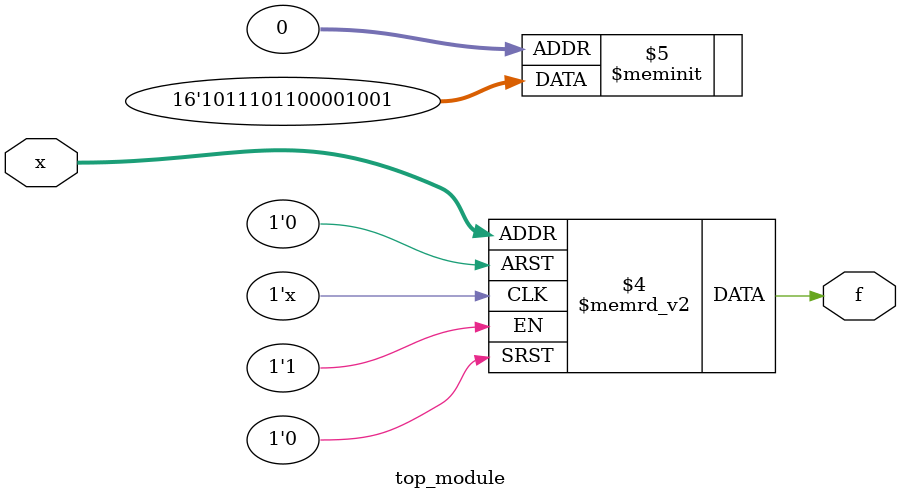
<source format=sv>
module top_module (
    input [4:1] x,
    output logic f
);

always @* begin
    case (x)
        4'b0000, 4'b0011, 4'b1000, 4'b1001, 4'b1011, 4'b1100, 4'b1101, 4'b1111: f = 1;
        default: f = 0;
    endcase
end

endmodule

</source>
